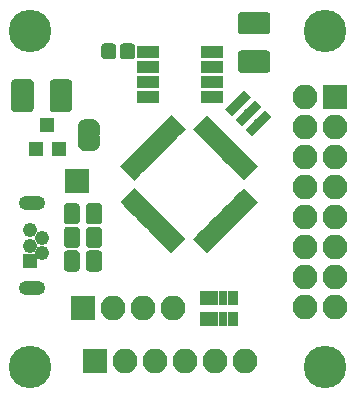
<source format=gbr>
G04 #@! TF.GenerationSoftware,KiCad,Pcbnew,(5.0.0-rc3-dev-2-g101b68b61)*
G04 #@! TF.CreationDate,2018-07-14T00:48:42-07:00*
G04 #@! TF.ProjectId,hp34401a_oled,68703334343031615F6F6C65642E6B69,rev?*
G04 #@! TF.SameCoordinates,Original*
G04 #@! TF.FileFunction,Soldermask,Bot*
G04 #@! TF.FilePolarity,Negative*
%FSLAX46Y46*%
G04 Gerber Fmt 4.6, Leading zero omitted, Abs format (unit mm)*
G04 Created by KiCad (PCBNEW (5.0.0-rc3-dev-2-g101b68b61)) date 07/14/18 00:48:42*
%MOMM*%
%LPD*%
G01*
G04 APERTURE LIST*
%ADD10O,2.250000X1.250000*%
%ADD11C,1.240000*%
%ADD12R,1.240000X1.240000*%
%ADD13R,1.200000X1.300000*%
%ADD14R,2.100000X2.100000*%
%ADD15O,2.100000X2.100000*%
%ADD16C,0.500000*%
%ADD17C,0.100000*%
%ADD18C,1.375000*%
%ADD19C,0.650000*%
%ADD20C,0.800000*%
%ADD21C,3.600000*%
%ADD22C,1.900000*%
%ADD23R,0.900000X1.200000*%
%ADD24R,0.800000X1.200000*%
%ADD25C,1.275000*%
%ADD26R,1.950000X1.000000*%
G04 APERTURE END LIST*
D10*
G04 #@! TO.C,J1*
X52720000Y-57125000D03*
X52720000Y-64275000D03*
D11*
X52500000Y-59400000D03*
X53500000Y-60050000D03*
X52500000Y-60700000D03*
X53500000Y-61350000D03*
D12*
X52500000Y-62000000D03*
G04 #@! TD*
D13*
G04 #@! TO.C,D3*
X54950000Y-52500000D03*
X53050000Y-52500000D03*
X54000000Y-50500000D03*
G04 #@! TD*
D14*
G04 #@! TO.C,J2*
X78340000Y-48100000D03*
D15*
X75800000Y-48100000D03*
X78340000Y-50640000D03*
X75800000Y-50640000D03*
X78340000Y-53180000D03*
X75800000Y-53180000D03*
X78340000Y-55720000D03*
X75800000Y-55720000D03*
X78340000Y-58260000D03*
X75800000Y-58260000D03*
X78340000Y-60800000D03*
X75800000Y-60800000D03*
X78340000Y-63340000D03*
X75800000Y-63340000D03*
X78340000Y-65880000D03*
X75800000Y-65880000D03*
G04 #@! TD*
D14*
G04 #@! TO.C,J3*
X57000000Y-66000000D03*
D15*
X59540000Y-66000000D03*
X62080000Y-66000000D03*
X64620000Y-66000000D03*
G04 #@! TD*
D14*
G04 #@! TO.C,J4*
X58000000Y-70500000D03*
D15*
X60540000Y-70500000D03*
X63080000Y-70500000D03*
X65620000Y-70500000D03*
X68160000Y-70500000D03*
X70700000Y-70500000D03*
G04 #@! TD*
D16*
G04 #@! TO.C,JP2*
X57500000Y-52000000D03*
D17*
G36*
X56553843Y-51460982D02*
X56565224Y-51423463D01*
X56583706Y-51388886D01*
X56608579Y-51358579D01*
X56638886Y-51333706D01*
X56673463Y-51315224D01*
X56710982Y-51303843D01*
X56750000Y-51300000D01*
X58250000Y-51300000D01*
X58289018Y-51303843D01*
X58326537Y-51315224D01*
X58361114Y-51333706D01*
X58391421Y-51358579D01*
X58416294Y-51388886D01*
X58434776Y-51423463D01*
X58446157Y-51460982D01*
X58450000Y-51500000D01*
X58450000Y-52000000D01*
X58449398Y-52006112D01*
X58449398Y-52024534D01*
X58448435Y-52044140D01*
X58443625Y-52092971D01*
X58440746Y-52112380D01*
X58431174Y-52160505D01*
X58426404Y-52179548D01*
X58412160Y-52226503D01*
X58405549Y-52244980D01*
X58386772Y-52290313D01*
X58378377Y-52308061D01*
X58355246Y-52351334D01*
X58345160Y-52368162D01*
X58317900Y-52408961D01*
X58306205Y-52424730D01*
X58275077Y-52462659D01*
X58261897Y-52477200D01*
X58227200Y-52511897D01*
X58212659Y-52525077D01*
X58174730Y-52556205D01*
X58158961Y-52567900D01*
X58118162Y-52595160D01*
X58101334Y-52605246D01*
X58058061Y-52628377D01*
X58040313Y-52636772D01*
X57994980Y-52655549D01*
X57976503Y-52662160D01*
X57929548Y-52676404D01*
X57910505Y-52681174D01*
X57862380Y-52690746D01*
X57842971Y-52693625D01*
X57794140Y-52698435D01*
X57774534Y-52699398D01*
X57756112Y-52699398D01*
X57750000Y-52700000D01*
X57250000Y-52700000D01*
X57243888Y-52699398D01*
X57225466Y-52699398D01*
X57205860Y-52698435D01*
X57157029Y-52693625D01*
X57137620Y-52690746D01*
X57089495Y-52681174D01*
X57070452Y-52676404D01*
X57023497Y-52662160D01*
X57005020Y-52655549D01*
X56959687Y-52636772D01*
X56941939Y-52628377D01*
X56898666Y-52605246D01*
X56881838Y-52595160D01*
X56841039Y-52567900D01*
X56825270Y-52556205D01*
X56787341Y-52525077D01*
X56772800Y-52511897D01*
X56738103Y-52477200D01*
X56724923Y-52462659D01*
X56693795Y-52424730D01*
X56682100Y-52408961D01*
X56654840Y-52368162D01*
X56644754Y-52351334D01*
X56621623Y-52308061D01*
X56613228Y-52290313D01*
X56594451Y-52244980D01*
X56587840Y-52226503D01*
X56573596Y-52179548D01*
X56568826Y-52160505D01*
X56559254Y-52112380D01*
X56556375Y-52092971D01*
X56551565Y-52044140D01*
X56550602Y-52024534D01*
X56550602Y-52006112D01*
X56550000Y-52000000D01*
X56550000Y-51500000D01*
X56553843Y-51460982D01*
X56553843Y-51460982D01*
G37*
D16*
X57500000Y-50700000D03*
D17*
G36*
X56550602Y-50693888D02*
X56550602Y-50675466D01*
X56551565Y-50655860D01*
X56556375Y-50607029D01*
X56559254Y-50587620D01*
X56568826Y-50539495D01*
X56573596Y-50520452D01*
X56587840Y-50473497D01*
X56594451Y-50455020D01*
X56613228Y-50409687D01*
X56621623Y-50391939D01*
X56644754Y-50348666D01*
X56654840Y-50331838D01*
X56682100Y-50291039D01*
X56693795Y-50275270D01*
X56724923Y-50237341D01*
X56738103Y-50222800D01*
X56772800Y-50188103D01*
X56787341Y-50174923D01*
X56825270Y-50143795D01*
X56841039Y-50132100D01*
X56881838Y-50104840D01*
X56898666Y-50094754D01*
X56941939Y-50071623D01*
X56959687Y-50063228D01*
X57005020Y-50044451D01*
X57023497Y-50037840D01*
X57070452Y-50023596D01*
X57089495Y-50018826D01*
X57137620Y-50009254D01*
X57157029Y-50006375D01*
X57205860Y-50001565D01*
X57225466Y-50000602D01*
X57243888Y-50000602D01*
X57250000Y-50000000D01*
X57750000Y-50000000D01*
X57756112Y-50000602D01*
X57774534Y-50000602D01*
X57794140Y-50001565D01*
X57842971Y-50006375D01*
X57862380Y-50009254D01*
X57910505Y-50018826D01*
X57929548Y-50023596D01*
X57976503Y-50037840D01*
X57994980Y-50044451D01*
X58040313Y-50063228D01*
X58058061Y-50071623D01*
X58101334Y-50094754D01*
X58118162Y-50104840D01*
X58158961Y-50132100D01*
X58174730Y-50143795D01*
X58212659Y-50174923D01*
X58227200Y-50188103D01*
X58261897Y-50222800D01*
X58275077Y-50237341D01*
X58306205Y-50275270D01*
X58317900Y-50291039D01*
X58345160Y-50331838D01*
X58355246Y-50348666D01*
X58378377Y-50391939D01*
X58386772Y-50409687D01*
X58405549Y-50455020D01*
X58412160Y-50473497D01*
X58426404Y-50520452D01*
X58431174Y-50539495D01*
X58440746Y-50587620D01*
X58443625Y-50607029D01*
X58448435Y-50655860D01*
X58449398Y-50675466D01*
X58449398Y-50693888D01*
X58450000Y-50700000D01*
X58450000Y-51200000D01*
X58446157Y-51239018D01*
X58434776Y-51276537D01*
X58416294Y-51311114D01*
X58391421Y-51341421D01*
X58361114Y-51366294D01*
X58326537Y-51384776D01*
X58289018Y-51396157D01*
X58250000Y-51400000D01*
X56750000Y-51400000D01*
X56710982Y-51396157D01*
X56673463Y-51384776D01*
X56638886Y-51366294D01*
X56608579Y-51341421D01*
X56583706Y-51311114D01*
X56565224Y-51276537D01*
X56553843Y-51239018D01*
X56550000Y-51200000D01*
X56550000Y-50700000D01*
X56550602Y-50693888D01*
X56550602Y-50693888D01*
G37*
G04 #@! TD*
G04 #@! TO.C,R2*
G36*
X56439943Y-57101655D02*
X56473312Y-57106605D01*
X56506035Y-57114802D01*
X56537797Y-57126166D01*
X56568293Y-57140590D01*
X56597227Y-57157932D01*
X56624323Y-57178028D01*
X56649318Y-57200682D01*
X56671972Y-57225677D01*
X56692068Y-57252773D01*
X56709410Y-57281707D01*
X56723834Y-57312203D01*
X56735198Y-57343965D01*
X56743395Y-57376688D01*
X56748345Y-57410057D01*
X56750000Y-57443750D01*
X56750000Y-58556250D01*
X56748345Y-58589943D01*
X56743395Y-58623312D01*
X56735198Y-58656035D01*
X56723834Y-58687797D01*
X56709410Y-58718293D01*
X56692068Y-58747227D01*
X56671972Y-58774323D01*
X56649318Y-58799318D01*
X56624323Y-58821972D01*
X56597227Y-58842068D01*
X56568293Y-58859410D01*
X56537797Y-58873834D01*
X56506035Y-58885198D01*
X56473312Y-58893395D01*
X56439943Y-58898345D01*
X56406250Y-58900000D01*
X55718750Y-58900000D01*
X55685057Y-58898345D01*
X55651688Y-58893395D01*
X55618965Y-58885198D01*
X55587203Y-58873834D01*
X55556707Y-58859410D01*
X55527773Y-58842068D01*
X55500677Y-58821972D01*
X55475682Y-58799318D01*
X55453028Y-58774323D01*
X55432932Y-58747227D01*
X55415590Y-58718293D01*
X55401166Y-58687797D01*
X55389802Y-58656035D01*
X55381605Y-58623312D01*
X55376655Y-58589943D01*
X55375000Y-58556250D01*
X55375000Y-57443750D01*
X55376655Y-57410057D01*
X55381605Y-57376688D01*
X55389802Y-57343965D01*
X55401166Y-57312203D01*
X55415590Y-57281707D01*
X55432932Y-57252773D01*
X55453028Y-57225677D01*
X55475682Y-57200682D01*
X55500677Y-57178028D01*
X55527773Y-57157932D01*
X55556707Y-57140590D01*
X55587203Y-57126166D01*
X55618965Y-57114802D01*
X55651688Y-57106605D01*
X55685057Y-57101655D01*
X55718750Y-57100000D01*
X56406250Y-57100000D01*
X56439943Y-57101655D01*
X56439943Y-57101655D01*
G37*
D18*
X56062500Y-58000000D03*
D17*
G36*
X58314943Y-57101655D02*
X58348312Y-57106605D01*
X58381035Y-57114802D01*
X58412797Y-57126166D01*
X58443293Y-57140590D01*
X58472227Y-57157932D01*
X58499323Y-57178028D01*
X58524318Y-57200682D01*
X58546972Y-57225677D01*
X58567068Y-57252773D01*
X58584410Y-57281707D01*
X58598834Y-57312203D01*
X58610198Y-57343965D01*
X58618395Y-57376688D01*
X58623345Y-57410057D01*
X58625000Y-57443750D01*
X58625000Y-58556250D01*
X58623345Y-58589943D01*
X58618395Y-58623312D01*
X58610198Y-58656035D01*
X58598834Y-58687797D01*
X58584410Y-58718293D01*
X58567068Y-58747227D01*
X58546972Y-58774323D01*
X58524318Y-58799318D01*
X58499323Y-58821972D01*
X58472227Y-58842068D01*
X58443293Y-58859410D01*
X58412797Y-58873834D01*
X58381035Y-58885198D01*
X58348312Y-58893395D01*
X58314943Y-58898345D01*
X58281250Y-58900000D01*
X57593750Y-58900000D01*
X57560057Y-58898345D01*
X57526688Y-58893395D01*
X57493965Y-58885198D01*
X57462203Y-58873834D01*
X57431707Y-58859410D01*
X57402773Y-58842068D01*
X57375677Y-58821972D01*
X57350682Y-58799318D01*
X57328028Y-58774323D01*
X57307932Y-58747227D01*
X57290590Y-58718293D01*
X57276166Y-58687797D01*
X57264802Y-58656035D01*
X57256605Y-58623312D01*
X57251655Y-58589943D01*
X57250000Y-58556250D01*
X57250000Y-57443750D01*
X57251655Y-57410057D01*
X57256605Y-57376688D01*
X57264802Y-57343965D01*
X57276166Y-57312203D01*
X57290590Y-57281707D01*
X57307932Y-57252773D01*
X57328028Y-57225677D01*
X57350682Y-57200682D01*
X57375677Y-57178028D01*
X57402773Y-57157932D01*
X57431707Y-57140590D01*
X57462203Y-57126166D01*
X57493965Y-57114802D01*
X57526688Y-57106605D01*
X57560057Y-57101655D01*
X57593750Y-57100000D01*
X58281250Y-57100000D01*
X58314943Y-57101655D01*
X58314943Y-57101655D01*
G37*
D18*
X57937500Y-58000000D03*
G04 #@! TD*
D17*
G04 #@! TO.C,R5*
G36*
X56439943Y-59101655D02*
X56473312Y-59106605D01*
X56506035Y-59114802D01*
X56537797Y-59126166D01*
X56568293Y-59140590D01*
X56597227Y-59157932D01*
X56624323Y-59178028D01*
X56649318Y-59200682D01*
X56671972Y-59225677D01*
X56692068Y-59252773D01*
X56709410Y-59281707D01*
X56723834Y-59312203D01*
X56735198Y-59343965D01*
X56743395Y-59376688D01*
X56748345Y-59410057D01*
X56750000Y-59443750D01*
X56750000Y-60556250D01*
X56748345Y-60589943D01*
X56743395Y-60623312D01*
X56735198Y-60656035D01*
X56723834Y-60687797D01*
X56709410Y-60718293D01*
X56692068Y-60747227D01*
X56671972Y-60774323D01*
X56649318Y-60799318D01*
X56624323Y-60821972D01*
X56597227Y-60842068D01*
X56568293Y-60859410D01*
X56537797Y-60873834D01*
X56506035Y-60885198D01*
X56473312Y-60893395D01*
X56439943Y-60898345D01*
X56406250Y-60900000D01*
X55718750Y-60900000D01*
X55685057Y-60898345D01*
X55651688Y-60893395D01*
X55618965Y-60885198D01*
X55587203Y-60873834D01*
X55556707Y-60859410D01*
X55527773Y-60842068D01*
X55500677Y-60821972D01*
X55475682Y-60799318D01*
X55453028Y-60774323D01*
X55432932Y-60747227D01*
X55415590Y-60718293D01*
X55401166Y-60687797D01*
X55389802Y-60656035D01*
X55381605Y-60623312D01*
X55376655Y-60589943D01*
X55375000Y-60556250D01*
X55375000Y-59443750D01*
X55376655Y-59410057D01*
X55381605Y-59376688D01*
X55389802Y-59343965D01*
X55401166Y-59312203D01*
X55415590Y-59281707D01*
X55432932Y-59252773D01*
X55453028Y-59225677D01*
X55475682Y-59200682D01*
X55500677Y-59178028D01*
X55527773Y-59157932D01*
X55556707Y-59140590D01*
X55587203Y-59126166D01*
X55618965Y-59114802D01*
X55651688Y-59106605D01*
X55685057Y-59101655D01*
X55718750Y-59100000D01*
X56406250Y-59100000D01*
X56439943Y-59101655D01*
X56439943Y-59101655D01*
G37*
D18*
X56062500Y-60000000D03*
D17*
G36*
X58314943Y-59101655D02*
X58348312Y-59106605D01*
X58381035Y-59114802D01*
X58412797Y-59126166D01*
X58443293Y-59140590D01*
X58472227Y-59157932D01*
X58499323Y-59178028D01*
X58524318Y-59200682D01*
X58546972Y-59225677D01*
X58567068Y-59252773D01*
X58584410Y-59281707D01*
X58598834Y-59312203D01*
X58610198Y-59343965D01*
X58618395Y-59376688D01*
X58623345Y-59410057D01*
X58625000Y-59443750D01*
X58625000Y-60556250D01*
X58623345Y-60589943D01*
X58618395Y-60623312D01*
X58610198Y-60656035D01*
X58598834Y-60687797D01*
X58584410Y-60718293D01*
X58567068Y-60747227D01*
X58546972Y-60774323D01*
X58524318Y-60799318D01*
X58499323Y-60821972D01*
X58472227Y-60842068D01*
X58443293Y-60859410D01*
X58412797Y-60873834D01*
X58381035Y-60885198D01*
X58348312Y-60893395D01*
X58314943Y-60898345D01*
X58281250Y-60900000D01*
X57593750Y-60900000D01*
X57560057Y-60898345D01*
X57526688Y-60893395D01*
X57493965Y-60885198D01*
X57462203Y-60873834D01*
X57431707Y-60859410D01*
X57402773Y-60842068D01*
X57375677Y-60821972D01*
X57350682Y-60799318D01*
X57328028Y-60774323D01*
X57307932Y-60747227D01*
X57290590Y-60718293D01*
X57276166Y-60687797D01*
X57264802Y-60656035D01*
X57256605Y-60623312D01*
X57251655Y-60589943D01*
X57250000Y-60556250D01*
X57250000Y-59443750D01*
X57251655Y-59410057D01*
X57256605Y-59376688D01*
X57264802Y-59343965D01*
X57276166Y-59312203D01*
X57290590Y-59281707D01*
X57307932Y-59252773D01*
X57328028Y-59225677D01*
X57350682Y-59200682D01*
X57375677Y-59178028D01*
X57402773Y-59157932D01*
X57431707Y-59140590D01*
X57462203Y-59126166D01*
X57493965Y-59114802D01*
X57526688Y-59106605D01*
X57560057Y-59101655D01*
X57593750Y-59100000D01*
X58281250Y-59100000D01*
X58314943Y-59101655D01*
X58314943Y-59101655D01*
G37*
D18*
X57937500Y-60000000D03*
G04 #@! TD*
D17*
G04 #@! TO.C,R6*
G36*
X56439943Y-61101655D02*
X56473312Y-61106605D01*
X56506035Y-61114802D01*
X56537797Y-61126166D01*
X56568293Y-61140590D01*
X56597227Y-61157932D01*
X56624323Y-61178028D01*
X56649318Y-61200682D01*
X56671972Y-61225677D01*
X56692068Y-61252773D01*
X56709410Y-61281707D01*
X56723834Y-61312203D01*
X56735198Y-61343965D01*
X56743395Y-61376688D01*
X56748345Y-61410057D01*
X56750000Y-61443750D01*
X56750000Y-62556250D01*
X56748345Y-62589943D01*
X56743395Y-62623312D01*
X56735198Y-62656035D01*
X56723834Y-62687797D01*
X56709410Y-62718293D01*
X56692068Y-62747227D01*
X56671972Y-62774323D01*
X56649318Y-62799318D01*
X56624323Y-62821972D01*
X56597227Y-62842068D01*
X56568293Y-62859410D01*
X56537797Y-62873834D01*
X56506035Y-62885198D01*
X56473312Y-62893395D01*
X56439943Y-62898345D01*
X56406250Y-62900000D01*
X55718750Y-62900000D01*
X55685057Y-62898345D01*
X55651688Y-62893395D01*
X55618965Y-62885198D01*
X55587203Y-62873834D01*
X55556707Y-62859410D01*
X55527773Y-62842068D01*
X55500677Y-62821972D01*
X55475682Y-62799318D01*
X55453028Y-62774323D01*
X55432932Y-62747227D01*
X55415590Y-62718293D01*
X55401166Y-62687797D01*
X55389802Y-62656035D01*
X55381605Y-62623312D01*
X55376655Y-62589943D01*
X55375000Y-62556250D01*
X55375000Y-61443750D01*
X55376655Y-61410057D01*
X55381605Y-61376688D01*
X55389802Y-61343965D01*
X55401166Y-61312203D01*
X55415590Y-61281707D01*
X55432932Y-61252773D01*
X55453028Y-61225677D01*
X55475682Y-61200682D01*
X55500677Y-61178028D01*
X55527773Y-61157932D01*
X55556707Y-61140590D01*
X55587203Y-61126166D01*
X55618965Y-61114802D01*
X55651688Y-61106605D01*
X55685057Y-61101655D01*
X55718750Y-61100000D01*
X56406250Y-61100000D01*
X56439943Y-61101655D01*
X56439943Y-61101655D01*
G37*
D18*
X56062500Y-62000000D03*
D17*
G36*
X58314943Y-61101655D02*
X58348312Y-61106605D01*
X58381035Y-61114802D01*
X58412797Y-61126166D01*
X58443293Y-61140590D01*
X58472227Y-61157932D01*
X58499323Y-61178028D01*
X58524318Y-61200682D01*
X58546972Y-61225677D01*
X58567068Y-61252773D01*
X58584410Y-61281707D01*
X58598834Y-61312203D01*
X58610198Y-61343965D01*
X58618395Y-61376688D01*
X58623345Y-61410057D01*
X58625000Y-61443750D01*
X58625000Y-62556250D01*
X58623345Y-62589943D01*
X58618395Y-62623312D01*
X58610198Y-62656035D01*
X58598834Y-62687797D01*
X58584410Y-62718293D01*
X58567068Y-62747227D01*
X58546972Y-62774323D01*
X58524318Y-62799318D01*
X58499323Y-62821972D01*
X58472227Y-62842068D01*
X58443293Y-62859410D01*
X58412797Y-62873834D01*
X58381035Y-62885198D01*
X58348312Y-62893395D01*
X58314943Y-62898345D01*
X58281250Y-62900000D01*
X57593750Y-62900000D01*
X57560057Y-62898345D01*
X57526688Y-62893395D01*
X57493965Y-62885198D01*
X57462203Y-62873834D01*
X57431707Y-62859410D01*
X57402773Y-62842068D01*
X57375677Y-62821972D01*
X57350682Y-62799318D01*
X57328028Y-62774323D01*
X57307932Y-62747227D01*
X57290590Y-62718293D01*
X57276166Y-62687797D01*
X57264802Y-62656035D01*
X57256605Y-62623312D01*
X57251655Y-62589943D01*
X57250000Y-62556250D01*
X57250000Y-61443750D01*
X57251655Y-61410057D01*
X57256605Y-61376688D01*
X57264802Y-61343965D01*
X57276166Y-61312203D01*
X57290590Y-61281707D01*
X57307932Y-61252773D01*
X57328028Y-61225677D01*
X57350682Y-61200682D01*
X57375677Y-61178028D01*
X57402773Y-61157932D01*
X57431707Y-61140590D01*
X57462203Y-61126166D01*
X57493965Y-61114802D01*
X57526688Y-61106605D01*
X57560057Y-61101655D01*
X57593750Y-61100000D01*
X58281250Y-61100000D01*
X58314943Y-61101655D01*
X58314943Y-61101655D01*
G37*
D18*
X57937500Y-62000000D03*
G04 #@! TD*
D19*
G04 #@! TO.C,U1*
X67131371Y-50479542D03*
D17*
G36*
X67502602Y-49648692D02*
X67962221Y-50108311D01*
X66760140Y-51310392D01*
X66300521Y-50850773D01*
X67502602Y-49648692D01*
X67502602Y-49648692D01*
G37*
D19*
X67484924Y-50833095D03*
D17*
G36*
X67856155Y-50002245D02*
X68315774Y-50461864D01*
X67113693Y-51663945D01*
X66654074Y-51204326D01*
X67856155Y-50002245D01*
X67856155Y-50002245D01*
G37*
D19*
X67838478Y-51186649D03*
D17*
G36*
X68209709Y-50355799D02*
X68669328Y-50815418D01*
X67467247Y-52017499D01*
X67007628Y-51557880D01*
X68209709Y-50355799D01*
X68209709Y-50355799D01*
G37*
D19*
X68192031Y-51540202D03*
D17*
G36*
X68563262Y-50709352D02*
X69022881Y-51168971D01*
X67820800Y-52371052D01*
X67361181Y-51911433D01*
X68563262Y-50709352D01*
X68563262Y-50709352D01*
G37*
D19*
X68545584Y-51893755D03*
D17*
G36*
X68916815Y-51062905D02*
X69376434Y-51522524D01*
X68174353Y-52724605D01*
X67714734Y-52264986D01*
X68916815Y-51062905D01*
X68916815Y-51062905D01*
G37*
D19*
X68899138Y-52247309D03*
D17*
G36*
X69270369Y-51416459D02*
X69729988Y-51876078D01*
X68527907Y-53078159D01*
X68068288Y-52618540D01*
X69270369Y-51416459D01*
X69270369Y-51416459D01*
G37*
D19*
X69252691Y-52600862D03*
D17*
G36*
X69623922Y-51770012D02*
X70083541Y-52229631D01*
X68881460Y-53431712D01*
X68421841Y-52972093D01*
X69623922Y-51770012D01*
X69623922Y-51770012D01*
G37*
D19*
X69606245Y-52954416D03*
D17*
G36*
X69977476Y-52123566D02*
X70437095Y-52583185D01*
X69235014Y-53785266D01*
X68775395Y-53325647D01*
X69977476Y-52123566D01*
X69977476Y-52123566D01*
G37*
D19*
X69959798Y-53307969D03*
D17*
G36*
X70331029Y-52477119D02*
X70790648Y-52936738D01*
X69588567Y-54138819D01*
X69128948Y-53679200D01*
X70331029Y-52477119D01*
X70331029Y-52477119D01*
G37*
D19*
X70313351Y-53661522D03*
D17*
G36*
X70684582Y-52830672D02*
X71144201Y-53290291D01*
X69942120Y-54492372D01*
X69482501Y-54032753D01*
X70684582Y-52830672D01*
X70684582Y-52830672D01*
G37*
D19*
X70666905Y-54015076D03*
D17*
G36*
X71038136Y-53184226D02*
X71497755Y-53643845D01*
X70295674Y-54845926D01*
X69836055Y-54386307D01*
X71038136Y-53184226D01*
X71038136Y-53184226D01*
G37*
D19*
X71020458Y-54368629D03*
D17*
G36*
X71391689Y-53537779D02*
X71851308Y-53997398D01*
X70649227Y-55199479D01*
X70189608Y-54739860D01*
X71391689Y-53537779D01*
X71391689Y-53537779D01*
G37*
D19*
X71020458Y-56631371D03*
D17*
G36*
X71851308Y-57002602D02*
X71391689Y-57462221D01*
X70189608Y-56260140D01*
X70649227Y-55800521D01*
X71851308Y-57002602D01*
X71851308Y-57002602D01*
G37*
D19*
X70666905Y-56984924D03*
D17*
G36*
X71497755Y-57356155D02*
X71038136Y-57815774D01*
X69836055Y-56613693D01*
X70295674Y-56154074D01*
X71497755Y-57356155D01*
X71497755Y-57356155D01*
G37*
D19*
X70313351Y-57338478D03*
D17*
G36*
X71144201Y-57709709D02*
X70684582Y-58169328D01*
X69482501Y-56967247D01*
X69942120Y-56507628D01*
X71144201Y-57709709D01*
X71144201Y-57709709D01*
G37*
D19*
X69959798Y-57692031D03*
D17*
G36*
X70790648Y-58063262D02*
X70331029Y-58522881D01*
X69128948Y-57320800D01*
X69588567Y-56861181D01*
X70790648Y-58063262D01*
X70790648Y-58063262D01*
G37*
D19*
X69606245Y-58045584D03*
D17*
G36*
X70437095Y-58416815D02*
X69977476Y-58876434D01*
X68775395Y-57674353D01*
X69235014Y-57214734D01*
X70437095Y-58416815D01*
X70437095Y-58416815D01*
G37*
D19*
X69252691Y-58399138D03*
D17*
G36*
X70083541Y-58770369D02*
X69623922Y-59229988D01*
X68421841Y-58027907D01*
X68881460Y-57568288D01*
X70083541Y-58770369D01*
X70083541Y-58770369D01*
G37*
D19*
X68899138Y-58752691D03*
D17*
G36*
X69729988Y-59123922D02*
X69270369Y-59583541D01*
X68068288Y-58381460D01*
X68527907Y-57921841D01*
X69729988Y-59123922D01*
X69729988Y-59123922D01*
G37*
D19*
X68545584Y-59106245D03*
D17*
G36*
X69376434Y-59477476D02*
X68916815Y-59937095D01*
X67714734Y-58735014D01*
X68174353Y-58275395D01*
X69376434Y-59477476D01*
X69376434Y-59477476D01*
G37*
D19*
X68192031Y-59459798D03*
D17*
G36*
X69022881Y-59831029D02*
X68563262Y-60290648D01*
X67361181Y-59088567D01*
X67820800Y-58628948D01*
X69022881Y-59831029D01*
X69022881Y-59831029D01*
G37*
D19*
X67838478Y-59813351D03*
D17*
G36*
X68669328Y-60184582D02*
X68209709Y-60644201D01*
X67007628Y-59442120D01*
X67467247Y-58982501D01*
X68669328Y-60184582D01*
X68669328Y-60184582D01*
G37*
D19*
X67484924Y-60166905D03*
D17*
G36*
X68315774Y-60538136D02*
X67856155Y-60997755D01*
X66654074Y-59795674D01*
X67113693Y-59336055D01*
X68315774Y-60538136D01*
X68315774Y-60538136D01*
G37*
D19*
X67131371Y-60520458D03*
D17*
G36*
X67962221Y-60891689D02*
X67502602Y-61351308D01*
X66300521Y-60149227D01*
X66760140Y-59689608D01*
X67962221Y-60891689D01*
X67962221Y-60891689D01*
G37*
D19*
X64868629Y-60520458D03*
D17*
G36*
X65239860Y-59689608D02*
X65699479Y-60149227D01*
X64497398Y-61351308D01*
X64037779Y-60891689D01*
X65239860Y-59689608D01*
X65239860Y-59689608D01*
G37*
D19*
X64515076Y-60166905D03*
D17*
G36*
X64886307Y-59336055D02*
X65345926Y-59795674D01*
X64143845Y-60997755D01*
X63684226Y-60538136D01*
X64886307Y-59336055D01*
X64886307Y-59336055D01*
G37*
D19*
X64161522Y-59813351D03*
D17*
G36*
X64532753Y-58982501D02*
X64992372Y-59442120D01*
X63790291Y-60644201D01*
X63330672Y-60184582D01*
X64532753Y-58982501D01*
X64532753Y-58982501D01*
G37*
D19*
X63807969Y-59459798D03*
D17*
G36*
X64179200Y-58628948D02*
X64638819Y-59088567D01*
X63436738Y-60290648D01*
X62977119Y-59831029D01*
X64179200Y-58628948D01*
X64179200Y-58628948D01*
G37*
D19*
X63454416Y-59106245D03*
D17*
G36*
X63825647Y-58275395D02*
X64285266Y-58735014D01*
X63083185Y-59937095D01*
X62623566Y-59477476D01*
X63825647Y-58275395D01*
X63825647Y-58275395D01*
G37*
D19*
X63100862Y-58752691D03*
D17*
G36*
X63472093Y-57921841D02*
X63931712Y-58381460D01*
X62729631Y-59583541D01*
X62270012Y-59123922D01*
X63472093Y-57921841D01*
X63472093Y-57921841D01*
G37*
D19*
X62747309Y-58399138D03*
D17*
G36*
X63118540Y-57568288D02*
X63578159Y-58027907D01*
X62376078Y-59229988D01*
X61916459Y-58770369D01*
X63118540Y-57568288D01*
X63118540Y-57568288D01*
G37*
D19*
X62393755Y-58045584D03*
D17*
G36*
X62764986Y-57214734D02*
X63224605Y-57674353D01*
X62022524Y-58876434D01*
X61562905Y-58416815D01*
X62764986Y-57214734D01*
X62764986Y-57214734D01*
G37*
D19*
X62040202Y-57692031D03*
D17*
G36*
X62411433Y-56861181D02*
X62871052Y-57320800D01*
X61668971Y-58522881D01*
X61209352Y-58063262D01*
X62411433Y-56861181D01*
X62411433Y-56861181D01*
G37*
D19*
X61686649Y-57338478D03*
D17*
G36*
X62057880Y-56507628D02*
X62517499Y-56967247D01*
X61315418Y-58169328D01*
X60855799Y-57709709D01*
X62057880Y-56507628D01*
X62057880Y-56507628D01*
G37*
D19*
X61333095Y-56984924D03*
D17*
G36*
X61704326Y-56154074D02*
X62163945Y-56613693D01*
X60961864Y-57815774D01*
X60502245Y-57356155D01*
X61704326Y-56154074D01*
X61704326Y-56154074D01*
G37*
D19*
X60979542Y-56631371D03*
D17*
G36*
X61350773Y-55800521D02*
X61810392Y-56260140D01*
X60608311Y-57462221D01*
X60148692Y-57002602D01*
X61350773Y-55800521D01*
X61350773Y-55800521D01*
G37*
D19*
X60979542Y-54368629D03*
D17*
G36*
X61810392Y-54739860D02*
X61350773Y-55199479D01*
X60148692Y-53997398D01*
X60608311Y-53537779D01*
X61810392Y-54739860D01*
X61810392Y-54739860D01*
G37*
D19*
X61333095Y-54015076D03*
D17*
G36*
X62163945Y-54386307D02*
X61704326Y-54845926D01*
X60502245Y-53643845D01*
X60961864Y-53184226D01*
X62163945Y-54386307D01*
X62163945Y-54386307D01*
G37*
D19*
X61686649Y-53661522D03*
D17*
G36*
X62517499Y-54032753D02*
X62057880Y-54492372D01*
X60855799Y-53290291D01*
X61315418Y-52830672D01*
X62517499Y-54032753D01*
X62517499Y-54032753D01*
G37*
D19*
X62040202Y-53307969D03*
D17*
G36*
X62871052Y-53679200D02*
X62411433Y-54138819D01*
X61209352Y-52936738D01*
X61668971Y-52477119D01*
X62871052Y-53679200D01*
X62871052Y-53679200D01*
G37*
D19*
X62393755Y-52954416D03*
D17*
G36*
X63224605Y-53325647D02*
X62764986Y-53785266D01*
X61562905Y-52583185D01*
X62022524Y-52123566D01*
X63224605Y-53325647D01*
X63224605Y-53325647D01*
G37*
D19*
X62747309Y-52600862D03*
D17*
G36*
X63578159Y-52972093D02*
X63118540Y-53431712D01*
X61916459Y-52229631D01*
X62376078Y-51770012D01*
X63578159Y-52972093D01*
X63578159Y-52972093D01*
G37*
D19*
X63100862Y-52247309D03*
D17*
G36*
X63931712Y-52618540D02*
X63472093Y-53078159D01*
X62270012Y-51876078D01*
X62729631Y-51416459D01*
X63931712Y-52618540D01*
X63931712Y-52618540D01*
G37*
D19*
X63454416Y-51893755D03*
D17*
G36*
X64285266Y-52264986D02*
X63825647Y-52724605D01*
X62623566Y-51522524D01*
X63083185Y-51062905D01*
X64285266Y-52264986D01*
X64285266Y-52264986D01*
G37*
D19*
X63807969Y-51540202D03*
D17*
G36*
X64638819Y-51911433D02*
X64179200Y-52371052D01*
X62977119Y-51168971D01*
X63436738Y-50709352D01*
X64638819Y-51911433D01*
X64638819Y-51911433D01*
G37*
D19*
X64161522Y-51186649D03*
D17*
G36*
X64992372Y-51557880D02*
X64532753Y-52017499D01*
X63330672Y-50815418D01*
X63790291Y-50355799D01*
X64992372Y-51557880D01*
X64992372Y-51557880D01*
G37*
D19*
X64515076Y-50833095D03*
D17*
G36*
X65345926Y-51204326D02*
X64886307Y-51663945D01*
X63684226Y-50461864D01*
X64143845Y-50002245D01*
X65345926Y-51204326D01*
X65345926Y-51204326D01*
G37*
D19*
X64868629Y-50479542D03*
D17*
G36*
X65699479Y-50850773D02*
X65239860Y-51310392D01*
X64037779Y-50108311D01*
X64497398Y-49648692D01*
X65699479Y-50850773D01*
X65699479Y-50850773D01*
G37*
G04 #@! TD*
D20*
G04 #@! TO.C,Y1*
X70151472Y-48651472D03*
D17*
G36*
X69055456Y-49181802D02*
X70681802Y-47555456D01*
X71247488Y-48121142D01*
X69621142Y-49747488D01*
X69055456Y-49181802D01*
X69055456Y-49181802D01*
G37*
D20*
X71000000Y-49500000D03*
D17*
G36*
X69903984Y-50030330D02*
X71530330Y-48403984D01*
X72096016Y-48969670D01*
X70469670Y-50596016D01*
X69903984Y-50030330D01*
X69903984Y-50030330D01*
G37*
D20*
X71848528Y-50348528D03*
D17*
G36*
X70752512Y-50878858D02*
X72378858Y-49252512D01*
X72944544Y-49818198D01*
X71318198Y-51444544D01*
X70752512Y-50878858D01*
X70752512Y-50878858D01*
G37*
G04 #@! TD*
D14*
G04 #@! TO.C,J5*
X56500000Y-55250000D03*
G04 #@! TD*
D21*
G04 #@! TO.C,MH1*
X52500000Y-42500000D03*
G04 #@! TD*
G04 #@! TO.C,MH2*
X77500000Y-42500000D03*
G04 #@! TD*
G04 #@! TO.C,MH3*
X77500000Y-71000000D03*
G04 #@! TD*
G04 #@! TO.C,MH4*
X52500000Y-71000000D03*
G04 #@! TD*
D17*
G04 #@! TO.C,C1*
G36*
X52539372Y-46626525D02*
X52570112Y-46631085D01*
X52600257Y-46638636D01*
X52629516Y-46649105D01*
X52657609Y-46662392D01*
X52684264Y-46678368D01*
X52709224Y-46696880D01*
X52732250Y-46717750D01*
X52753120Y-46740776D01*
X52771632Y-46765736D01*
X52787608Y-46792391D01*
X52800895Y-46820484D01*
X52811364Y-46849743D01*
X52818915Y-46879888D01*
X52823475Y-46910628D01*
X52825000Y-46941667D01*
X52825000Y-49058333D01*
X52823475Y-49089372D01*
X52818915Y-49120112D01*
X52811364Y-49150257D01*
X52800895Y-49179516D01*
X52787608Y-49207609D01*
X52771632Y-49234264D01*
X52753120Y-49259224D01*
X52732250Y-49282250D01*
X52709224Y-49303120D01*
X52684264Y-49321632D01*
X52657609Y-49337608D01*
X52629516Y-49350895D01*
X52600257Y-49361364D01*
X52570112Y-49368915D01*
X52539372Y-49373475D01*
X52508333Y-49375000D01*
X51241667Y-49375000D01*
X51210628Y-49373475D01*
X51179888Y-49368915D01*
X51149743Y-49361364D01*
X51120484Y-49350895D01*
X51092391Y-49337608D01*
X51065736Y-49321632D01*
X51040776Y-49303120D01*
X51017750Y-49282250D01*
X50996880Y-49259224D01*
X50978368Y-49234264D01*
X50962392Y-49207609D01*
X50949105Y-49179516D01*
X50938636Y-49150257D01*
X50931085Y-49120112D01*
X50926525Y-49089372D01*
X50925000Y-49058333D01*
X50925000Y-46941667D01*
X50926525Y-46910628D01*
X50931085Y-46879888D01*
X50938636Y-46849743D01*
X50949105Y-46820484D01*
X50962392Y-46792391D01*
X50978368Y-46765736D01*
X50996880Y-46740776D01*
X51017750Y-46717750D01*
X51040776Y-46696880D01*
X51065736Y-46678368D01*
X51092391Y-46662392D01*
X51120484Y-46649105D01*
X51149743Y-46638636D01*
X51179888Y-46631085D01*
X51210628Y-46626525D01*
X51241667Y-46625000D01*
X52508333Y-46625000D01*
X52539372Y-46626525D01*
X52539372Y-46626525D01*
G37*
D22*
X51875000Y-48000000D03*
D17*
G36*
X55789372Y-46626525D02*
X55820112Y-46631085D01*
X55850257Y-46638636D01*
X55879516Y-46649105D01*
X55907609Y-46662392D01*
X55934264Y-46678368D01*
X55959224Y-46696880D01*
X55982250Y-46717750D01*
X56003120Y-46740776D01*
X56021632Y-46765736D01*
X56037608Y-46792391D01*
X56050895Y-46820484D01*
X56061364Y-46849743D01*
X56068915Y-46879888D01*
X56073475Y-46910628D01*
X56075000Y-46941667D01*
X56075000Y-49058333D01*
X56073475Y-49089372D01*
X56068915Y-49120112D01*
X56061364Y-49150257D01*
X56050895Y-49179516D01*
X56037608Y-49207609D01*
X56021632Y-49234264D01*
X56003120Y-49259224D01*
X55982250Y-49282250D01*
X55959224Y-49303120D01*
X55934264Y-49321632D01*
X55907609Y-49337608D01*
X55879516Y-49350895D01*
X55850257Y-49361364D01*
X55820112Y-49368915D01*
X55789372Y-49373475D01*
X55758333Y-49375000D01*
X54491667Y-49375000D01*
X54460628Y-49373475D01*
X54429888Y-49368915D01*
X54399743Y-49361364D01*
X54370484Y-49350895D01*
X54342391Y-49337608D01*
X54315736Y-49321632D01*
X54290776Y-49303120D01*
X54267750Y-49282250D01*
X54246880Y-49259224D01*
X54228368Y-49234264D01*
X54212392Y-49207609D01*
X54199105Y-49179516D01*
X54188636Y-49150257D01*
X54181085Y-49120112D01*
X54176525Y-49089372D01*
X54175000Y-49058333D01*
X54175000Y-46941667D01*
X54176525Y-46910628D01*
X54181085Y-46879888D01*
X54188636Y-46849743D01*
X54199105Y-46820484D01*
X54212392Y-46792391D01*
X54228368Y-46765736D01*
X54246880Y-46740776D01*
X54267750Y-46717750D01*
X54290776Y-46696880D01*
X54315736Y-46678368D01*
X54342391Y-46662392D01*
X54370484Y-46649105D01*
X54399743Y-46638636D01*
X54429888Y-46631085D01*
X54460628Y-46626525D01*
X54491667Y-46625000D01*
X55758333Y-46625000D01*
X55789372Y-46626525D01*
X55789372Y-46626525D01*
G37*
D22*
X55125000Y-48000000D03*
G04 #@! TD*
D17*
G04 #@! TO.C,C2*
G36*
X72589372Y-44176525D02*
X72620112Y-44181085D01*
X72650257Y-44188636D01*
X72679516Y-44199105D01*
X72707609Y-44212392D01*
X72734264Y-44228368D01*
X72759224Y-44246880D01*
X72782250Y-44267750D01*
X72803120Y-44290776D01*
X72821632Y-44315736D01*
X72837608Y-44342391D01*
X72850895Y-44370484D01*
X72861364Y-44399743D01*
X72868915Y-44429888D01*
X72873475Y-44460628D01*
X72875000Y-44491667D01*
X72875000Y-45758333D01*
X72873475Y-45789372D01*
X72868915Y-45820112D01*
X72861364Y-45850257D01*
X72850895Y-45879516D01*
X72837608Y-45907609D01*
X72821632Y-45934264D01*
X72803120Y-45959224D01*
X72782250Y-45982250D01*
X72759224Y-46003120D01*
X72734264Y-46021632D01*
X72707609Y-46037608D01*
X72679516Y-46050895D01*
X72650257Y-46061364D01*
X72620112Y-46068915D01*
X72589372Y-46073475D01*
X72558333Y-46075000D01*
X70441667Y-46075000D01*
X70410628Y-46073475D01*
X70379888Y-46068915D01*
X70349743Y-46061364D01*
X70320484Y-46050895D01*
X70292391Y-46037608D01*
X70265736Y-46021632D01*
X70240776Y-46003120D01*
X70217750Y-45982250D01*
X70196880Y-45959224D01*
X70178368Y-45934264D01*
X70162392Y-45907609D01*
X70149105Y-45879516D01*
X70138636Y-45850257D01*
X70131085Y-45820112D01*
X70126525Y-45789372D01*
X70125000Y-45758333D01*
X70125000Y-44491667D01*
X70126525Y-44460628D01*
X70131085Y-44429888D01*
X70138636Y-44399743D01*
X70149105Y-44370484D01*
X70162392Y-44342391D01*
X70178368Y-44315736D01*
X70196880Y-44290776D01*
X70217750Y-44267750D01*
X70240776Y-44246880D01*
X70265736Y-44228368D01*
X70292391Y-44212392D01*
X70320484Y-44199105D01*
X70349743Y-44188636D01*
X70379888Y-44181085D01*
X70410628Y-44176525D01*
X70441667Y-44175000D01*
X72558333Y-44175000D01*
X72589372Y-44176525D01*
X72589372Y-44176525D01*
G37*
D22*
X71500000Y-45125000D03*
D17*
G36*
X72589372Y-40926525D02*
X72620112Y-40931085D01*
X72650257Y-40938636D01*
X72679516Y-40949105D01*
X72707609Y-40962392D01*
X72734264Y-40978368D01*
X72759224Y-40996880D01*
X72782250Y-41017750D01*
X72803120Y-41040776D01*
X72821632Y-41065736D01*
X72837608Y-41092391D01*
X72850895Y-41120484D01*
X72861364Y-41149743D01*
X72868915Y-41179888D01*
X72873475Y-41210628D01*
X72875000Y-41241667D01*
X72875000Y-42508333D01*
X72873475Y-42539372D01*
X72868915Y-42570112D01*
X72861364Y-42600257D01*
X72850895Y-42629516D01*
X72837608Y-42657609D01*
X72821632Y-42684264D01*
X72803120Y-42709224D01*
X72782250Y-42732250D01*
X72759224Y-42753120D01*
X72734264Y-42771632D01*
X72707609Y-42787608D01*
X72679516Y-42800895D01*
X72650257Y-42811364D01*
X72620112Y-42818915D01*
X72589372Y-42823475D01*
X72558333Y-42825000D01*
X70441667Y-42825000D01*
X70410628Y-42823475D01*
X70379888Y-42818915D01*
X70349743Y-42811364D01*
X70320484Y-42800895D01*
X70292391Y-42787608D01*
X70265736Y-42771632D01*
X70240776Y-42753120D01*
X70217750Y-42732250D01*
X70196880Y-42709224D01*
X70178368Y-42684264D01*
X70162392Y-42657609D01*
X70149105Y-42629516D01*
X70138636Y-42600257D01*
X70131085Y-42570112D01*
X70126525Y-42539372D01*
X70125000Y-42508333D01*
X70125000Y-41241667D01*
X70126525Y-41210628D01*
X70131085Y-41179888D01*
X70138636Y-41149743D01*
X70149105Y-41120484D01*
X70162392Y-41092391D01*
X70178368Y-41065736D01*
X70196880Y-41040776D01*
X70217750Y-41017750D01*
X70240776Y-40996880D01*
X70265736Y-40978368D01*
X70292391Y-40962392D01*
X70320484Y-40949105D01*
X70349743Y-40938636D01*
X70379888Y-40931085D01*
X70410628Y-40926525D01*
X70441667Y-40925000D01*
X72558333Y-40925000D01*
X72589372Y-40926525D01*
X72589372Y-40926525D01*
G37*
D22*
X71500000Y-41875000D03*
G04 #@! TD*
D23*
G04 #@! TO.C,RN1*
X69700000Y-66900000D03*
D24*
X68100000Y-66900000D03*
X68900000Y-66900000D03*
D23*
X67300000Y-66900000D03*
D24*
X68900000Y-65100000D03*
D23*
X69700000Y-65100000D03*
D24*
X68100000Y-65100000D03*
D23*
X67300000Y-65100000D03*
G04 #@! TD*
D17*
G04 #@! TO.C,C7*
G36*
X61122492Y-43581536D02*
X61153434Y-43586126D01*
X61183777Y-43593726D01*
X61213229Y-43604264D01*
X61241507Y-43617639D01*
X61268337Y-43633720D01*
X61293462Y-43652354D01*
X61316639Y-43673361D01*
X61337646Y-43696538D01*
X61356280Y-43721663D01*
X61372361Y-43748493D01*
X61385736Y-43776771D01*
X61396274Y-43806223D01*
X61403874Y-43836566D01*
X61408464Y-43867508D01*
X61409999Y-43898751D01*
X61409999Y-44611251D01*
X61408464Y-44642494D01*
X61403874Y-44673436D01*
X61396274Y-44703779D01*
X61385736Y-44733231D01*
X61372361Y-44761509D01*
X61356280Y-44788339D01*
X61337646Y-44813464D01*
X61316639Y-44836641D01*
X61293462Y-44857648D01*
X61268337Y-44876282D01*
X61241507Y-44892363D01*
X61213229Y-44905738D01*
X61183777Y-44916276D01*
X61153434Y-44923876D01*
X61122492Y-44928466D01*
X61091249Y-44930001D01*
X60453749Y-44930001D01*
X60422506Y-44928466D01*
X60391564Y-44923876D01*
X60361221Y-44916276D01*
X60331769Y-44905738D01*
X60303491Y-44892363D01*
X60276661Y-44876282D01*
X60251536Y-44857648D01*
X60228359Y-44836641D01*
X60207352Y-44813464D01*
X60188718Y-44788339D01*
X60172637Y-44761509D01*
X60159262Y-44733231D01*
X60148724Y-44703779D01*
X60141124Y-44673436D01*
X60136534Y-44642494D01*
X60134999Y-44611251D01*
X60134999Y-43898751D01*
X60136534Y-43867508D01*
X60141124Y-43836566D01*
X60148724Y-43806223D01*
X60159262Y-43776771D01*
X60172637Y-43748493D01*
X60188718Y-43721663D01*
X60207352Y-43696538D01*
X60228359Y-43673361D01*
X60251536Y-43652354D01*
X60276661Y-43633720D01*
X60303491Y-43617639D01*
X60331769Y-43604264D01*
X60361221Y-43593726D01*
X60391564Y-43586126D01*
X60422506Y-43581536D01*
X60453749Y-43580001D01*
X61091249Y-43580001D01*
X61122492Y-43581536D01*
X61122492Y-43581536D01*
G37*
D25*
X60772499Y-44255001D03*
D17*
G36*
X59547492Y-43581536D02*
X59578434Y-43586126D01*
X59608777Y-43593726D01*
X59638229Y-43604264D01*
X59666507Y-43617639D01*
X59693337Y-43633720D01*
X59718462Y-43652354D01*
X59741639Y-43673361D01*
X59762646Y-43696538D01*
X59781280Y-43721663D01*
X59797361Y-43748493D01*
X59810736Y-43776771D01*
X59821274Y-43806223D01*
X59828874Y-43836566D01*
X59833464Y-43867508D01*
X59834999Y-43898751D01*
X59834999Y-44611251D01*
X59833464Y-44642494D01*
X59828874Y-44673436D01*
X59821274Y-44703779D01*
X59810736Y-44733231D01*
X59797361Y-44761509D01*
X59781280Y-44788339D01*
X59762646Y-44813464D01*
X59741639Y-44836641D01*
X59718462Y-44857648D01*
X59693337Y-44876282D01*
X59666507Y-44892363D01*
X59638229Y-44905738D01*
X59608777Y-44916276D01*
X59578434Y-44923876D01*
X59547492Y-44928466D01*
X59516249Y-44930001D01*
X58878749Y-44930001D01*
X58847506Y-44928466D01*
X58816564Y-44923876D01*
X58786221Y-44916276D01*
X58756769Y-44905738D01*
X58728491Y-44892363D01*
X58701661Y-44876282D01*
X58676536Y-44857648D01*
X58653359Y-44836641D01*
X58632352Y-44813464D01*
X58613718Y-44788339D01*
X58597637Y-44761509D01*
X58584262Y-44733231D01*
X58573724Y-44703779D01*
X58566124Y-44673436D01*
X58561534Y-44642494D01*
X58559999Y-44611251D01*
X58559999Y-43898751D01*
X58561534Y-43867508D01*
X58566124Y-43836566D01*
X58573724Y-43806223D01*
X58584262Y-43776771D01*
X58597637Y-43748493D01*
X58613718Y-43721663D01*
X58632352Y-43696538D01*
X58653359Y-43673361D01*
X58676536Y-43652354D01*
X58701661Y-43633720D01*
X58728491Y-43617639D01*
X58756769Y-43604264D01*
X58786221Y-43593726D01*
X58816564Y-43586126D01*
X58847506Y-43581536D01*
X58878749Y-43580001D01*
X59516249Y-43580001D01*
X59547492Y-43581536D01*
X59547492Y-43581536D01*
G37*
D25*
X59197499Y-44255001D03*
G04 #@! TD*
D26*
G04 #@! TO.C,U3*
X67944999Y-44320001D03*
X67944999Y-45590001D03*
X67944999Y-46860001D03*
X67944999Y-48130001D03*
X62544999Y-48130001D03*
X62544999Y-46860001D03*
X62544999Y-45590001D03*
X62544999Y-44320001D03*
G04 #@! TD*
M02*

</source>
